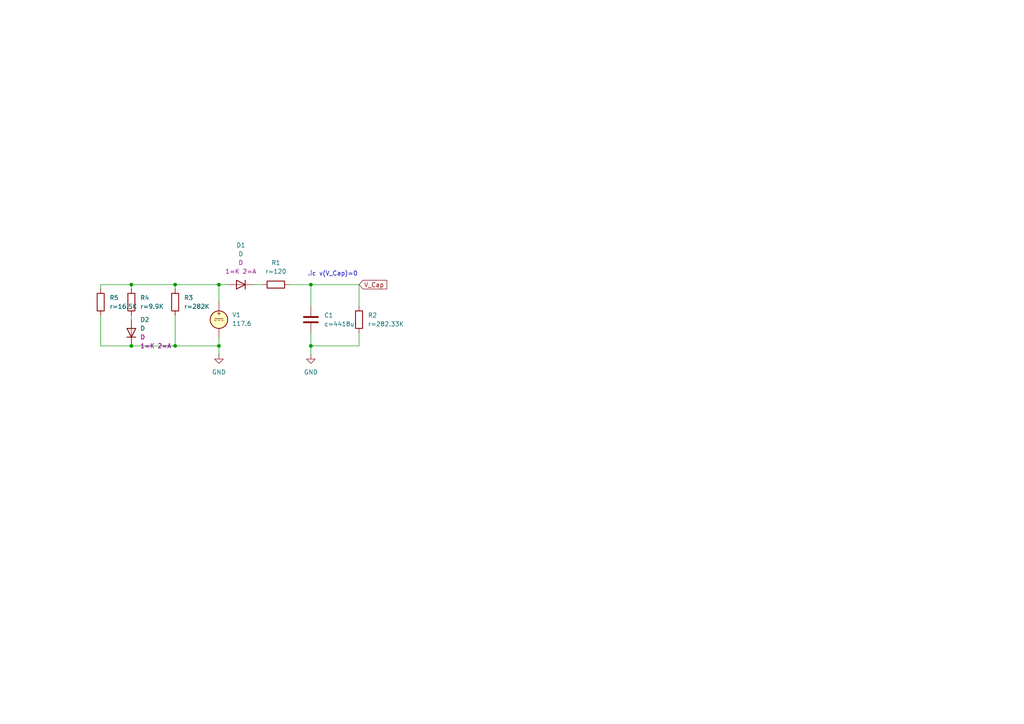
<source format=kicad_sch>
(kicad_sch (version 20231120) (generator "eeschema") (generator_version "8.0")
  (paper "A4")
  (lib_symbols
    (symbol "D_1" (pin_numbers hide) (pin_names (offset 1.016) hide)
      (property "Reference" "D" (at 0 2.54 0))
      (property "Value" "D" (at 0 -2.54 0))
      (property "Sim.Device" "D" (at 0 0 0))
      (property "Sim.Pins" "1=K 2=A" (at 0 0 0))
      (symbol "D_1_0_1"
        (polyline (pts (xy -1.27 1.27) (xy -1.27 -1.27)) (stroke (width 0.254)))
        (polyline (pts (xy 1.27 0) (xy -1.27 0)))
        (polyline (pts (xy 1.27 1.27) (xy 1.27 -1.27) (xy -1.27 0) (xy 1.27 1.27)) (stroke (width 0.254)))
      )
      (symbol "D_1_1_1"
        (pin passive line (at -3.81 0 0) (length 2.54) (name "K") (number "1"))
        (pin passive line (at 3.81 0 180) (length 2.54) (name "A") (number "2"))
      )
    )
    (symbol "Device:C" (pin_numbers hide) (pin_names (offset 0.254))
      (property "Reference" "C" (at 0.635 2.54 0))
      (property "Value" "C" (at 0.635 -2.54 0))
      (symbol "C_0_1"
        (polyline (pts (xy -2.032 -0.762) (xy 2.032 -0.762)) (stroke (width 0.508)))
        (polyline (pts (xy -2.032 0.762) (xy 2.032 0.762)) (stroke (width 0.508)))
      )
      (symbol "C_1_1"
        (pin passive line (at 0 3.81 270) (length 2.794) (name "~") (number "1"))
        (pin passive line (at 0 -3.81 90) (length 2.794) (name "~") (number "2"))
      )
    )
    (symbol "Device:R" (pin_numbers hide) (pin_names (offset 0))
      (property "Reference" "R" (at 2.032 0 90))
      (property "Value" "R" (at 0 0 90))
      (symbol "R_0_1"
        (rectangle (start -1.016 -2.54) (end 1.016 2.54) (stroke (width 0.254)))
      )
      (symbol "R_1_1"
        (pin passive line (at 0 3.81 270) (length 1.27) (name "~") (number "1"))
        (pin passive line (at 0 -3.81 90) (length 1.27) (name "~") (number "2"))
      )
    )
    (symbol "Simulation_SPICE:VDC" (pin_numbers hide) (pin_names (offset 0.0254))
      (property "Reference" "V" (at 2.54 2.54 0))
      (property "Value" "1" (at 2.54 0 0))
      (symbol "VDC_0_0"
        (polyline (pts (xy -1.27 0.254) (xy 1.27 0.254)))
        (polyline (pts (xy -0.762 -0.254) (xy -1.27 -0.254)))
        (polyline (pts (xy 0.254 -0.254) (xy -0.254 -0.254)))
        (polyline (pts (xy 1.27 -0.254) (xy 0.762 -0.254)))
        (text "+" (at 0 1.905 0) (effects (font (size 1.27 1.27))))
      )
      (symbol "VDC_0_1"
        (circle (center 0 0) (radius 2.54) (stroke (width 0.254)) (fill (type background)))
      )
      (symbol "VDC_1_1"
        (pin passive line (at 0 5.08 270) (length 2.54) (name "~") (number "1"))
        (pin passive line (at 0 -5.08 90) (length 2.54) (name "~") (number "2"))
      )
    )
    (symbol "power:GND" (power) (pin_numbers hide) (pin_names (offset 0) hide)
      (property "Value" "GND" (at 0 -3.81 0))
      (symbol "GND_0_1"
        (polyline (pts (xy 0 0) (xy 0 -1.27) (xy 1.27 -1.27) (xy 0 -2.54) (xy -1.27 -1.27) (xy 0 -1.27)))
      )
      (symbol "GND_1_1"
        (pin power_in line (at 0 0 270) (length 0) (name "~") (number "1"))
      )
    )
  )
  (junction (at 50.8 100.33))
  (junction (at 90.17 82.55))
  (junction (at 63.5 82.55))
  (junction (at 63.5 100.33))
  (junction (at 90.17 100.33))
  (junction (at 38.1 100.33))
  (junction (at 50.8 82.55))
  (junction (at 38.1 82.55))
  (wire (pts (xy 50.8 100.33) (xy 63.5 100.33)))
  (wire (pts (xy 104.14 88.9) (xy 104.14 82.55)))
  (wire (pts (xy 104.14 82.55) (xy 90.17 82.55)))
  (wire (pts (xy 38.1 82.55) (xy 50.8 82.55)))
  (wire (pts (xy 63.5 97.79) (xy 63.5 100.33)))
  (wire (pts (xy 90.17 88.9) (xy 90.17 82.55)))
  (wire (pts (xy 50.8 83.82) (xy 50.8 82.55)))
  (wire (pts (xy 29.21 91.44) (xy 29.21 100.33)))
  (wire (pts (xy 73.66 82.55) (xy 76.2 82.55)))
  (wire (pts (xy 29.21 82.55) (xy 29.21 83.82)))
  (wire (pts (xy 104.14 100.33) (xy 104.14 96.52)))
  (wire (pts (xy 29.21 100.33) (xy 38.1 100.33)))
  (wire (pts (xy 38.1 83.82) (xy 38.1 82.55)))
  (wire (pts (xy 66.04 82.55) (xy 63.5 82.55)))
  (wire (pts (xy 104.14 100.33) (xy 90.17 100.33)))
  (wire (pts (xy 38.1 91.44) (xy 38.1 92.71)))
  (wire (pts (xy 38.1 100.33) (xy 50.8 100.33)))
  (wire (pts (xy 50.8 100.33) (xy 50.8 91.44)))
  (wire (pts (xy 90.17 96.52) (xy 90.17 100.33)))
  (wire (pts (xy 90.17 102.87) (xy 90.17 100.33)))
  (wire (pts (xy 29.21 82.55) (xy 38.1 82.55)))
  (wire (pts (xy 63.5 102.87) (xy 63.5 100.33)))
  (wire (pts (xy 90.17 82.55) (xy 83.82 82.55)))
  (wire (pts (xy 63.5 82.55) (xy 63.5 87.63)))
  (wire (pts (xy 50.8 82.55) (xy 63.5 82.55)))
  (text ".ic v(V_Cap)=0" (at 96.52 79.502 0) (effects (font (size 1.27 1.27))))
  (global_label "V_Cap" (shape input) (at 104.14 82.55 0) (property "Intersheetrefs" "${INTERSHEET_REFS}" (effects (hide yes))))
  (symbol (lib_id "Device:R") (at 80.01 82.55 90) (unit 1)
    (property "Reference" "R1" (at 80.01 76.2 90))
    (property "Value" "${SIM.PARAMS}" (at 80.01 78.74 90))
    (property "Description" "Resistor" (effects (hide yes)))
    (property "Sim.Device" "R" (effects (hide yes)))
    (property "Sim.Params" "r=120" (effects (hide yes)))
    (property "Sim.Pins" "1=+ 2=-" (effects (hide yes)))
  )
  (symbol (lib_name "D_1") (lib_id "Simulation_SPICE:D") (at 69.85 82.55 180) (unit 1)
    (property "Reference" "D1" (at 69.85 71.12 0))
    (property "Value" "D" (at 69.85 73.66 0))
    (property "Datasheet" "https://ngspice.sourceforge.io/docs/ngspice-html-manual/manual.xhtml#cha_DIODEs" (effects (hide yes)))
    (property "Description" "Diode for simulation or PCB" (effects (hide yes)))
    (property "Sim.Device" "D" (at 69.85 76.2 0))
    (property "Sim.Pins" "1=K 2=A" (at 69.85 78.74 0))
    (property "Sim.Params" "vj=1 php=1" (effects (hide yes)))
  )
  (symbol (lib_id "Device:R") (at 29.21 87.63 180) (unit 1)
    (property "Reference" "R5" (at 31.75 86.3599 0) (effects (justify right)))
    (property "Value" "${SIM.PARAMS}" (at 31.75 88.8999 0) (effects (justify right)))
    (property "Description" "Resistor" (effects (hide yes)))
    (property "Sim.Device" "R" (effects (hide yes)))
    (property "Sim.Params" "r=16.5K" (effects (hide yes)))
    (property "Sim.Pins" "1=+ 2=-" (effects (hide yes)))
  )
  (symbol (lib_id "Device:R") (at 104.14 92.71 0) (unit 1)
    (property "Reference" "R2" (at 106.68 91.4399 0) (effects (justify left)))
    (property "Value" "${SIM.PARAMS}" (at 106.68 93.9799 0) (effects (justify left)))
    (property "Description" "Resistor" (effects (hide yes)))
    (property "Sim.Device" "R" (effects (hide yes)))
    (property "Sim.Params" "r=282.33K" (effects (hide yes)))
    (property "Sim.Pins" "1=+ 2=-" (effects (hide yes)))
  )
  (symbol (lib_name "D_1") (lib_id "Simulation_SPICE:D") (at 38.1 96.52 90) (unit 1)
    (property "Reference" "D2" (at 40.64 92.7099 90) (effects (justify right)))
    (property "Value" "D" (at 40.64 95.2499 90) (effects (justify right)))
    (property "Datasheet" "https://ngspice.sourceforge.io/docs/ngspice-html-manual/manual.xhtml#cha_DIODEs" (effects (hide yes)))
    (property "Description" "Diode for simulation or PCB" (effects (hide yes)))
    (property "Sim.Device" "D" (at 40.64 97.7899 90) (effects (justify right)))
    (property "Sim.Pins" "1=K 2=A" (at 40.64 100.3299 90) (effects (justify right)))
    (property "Sim.Params" "vj=1.1 php=1.1" (effects (hide yes)))
  )
  (symbol (lib_id "Simulation_SPICE:VDC") (at 63.5 92.71 0) (unit 1)
    (property "Reference" "V1" (at 67.31 91.3101 0) (effects (justify left)))
    (property "Value" "117.6" (at 67.31 93.8501 0) (effects (justify left)))
    (property "Datasheet" "https://ngspice.sourceforge.io/docs/ngspice-html-manual/manual.xhtml#sec_Independent_Sources_for" (effects (hide yes)))
    (property "Description" "Voltage source, DC" (effects (hide yes)))
    (property "Sim.Pins" "1=+ 2=-" (effects (hide yes)))
    (property "Sim.Type" "DC" (effects (hide yes)))
    (property "Sim.Device" "V" (effects (hide yes)))
    (property "Sim.Params" "ac=0 ph=0 portnum=0 z0=70m" (effects (hide yes)))
  )
  (symbol (lib_id "Device:C") (at 90.17 92.71 0) (unit 1)
    (property "Reference" "C1" (at 93.98 91.4399 0) (effects (justify left)))
    (property "Value" "${SIM.PARAMS}" (at 93.98 93.9799 0) (effects (justify left)))
    (property "Description" "Unpolarized capacitor" (effects (hide yes)))
    (property "Sim.Device" "C" (effects (hide yes)))
    (property "Sim.Pins" "1=+ 2=-" (effects (hide yes)))
    (property "Sim.Params" "c=4418u" (effects (hide yes)))
  )
  (symbol (lib_id "power:GND") (at 63.5 102.87 0) (unit 1)
    (property "Reference" "#PWR01" (effects (hide yes)))
    (property "Value" "GND" (at 63.5 107.95 0))
    (property "Description" "Power symbol creates a global label with name \"GND\" , ground" (effects (hide yes)))
  )
  (symbol (lib_id "Device:R") (at 50.8 87.63 0) (unit 1)
    (property "Reference" "R3" (at 53.34 86.3599 0) (effects (justify left)))
    (property "Value" "${SIM.PARAMS}" (at 53.34 88.8999 0) (effects (justify left)))
    (property "Description" "Resistor" (effects (hide yes)))
    (property "Sim.Device" "R" (effects (hide yes)))
    (property "Sim.Pins" "1=+ 2=-" (effects (hide yes)))
    (property "Sim.Params" "r=282K" (effects (hide yes)))
  )
  (symbol (lib_id "Device:R") (at 38.1 87.63 180) (unit 1)
    (property "Reference" "R4" (at 40.64 86.3599 0) (effects (justify right)))
    (property "Value" "${SIM.PARAMS}" (at 40.64 88.8999 0) (effects (justify right)))
    (property "Description" "Resistor" (effects (hide yes)))
    (property "Sim.Device" "R" (effects (hide yes)))
    (property "Sim.Params" "r=9.9K" (effects (hide yes)))
    (property "Sim.Pins" "1=+ 2=-" (effects (hide yes)))
  )
  (symbol (lib_id "power:GND") (at 90.17 102.87 0) (unit 1)
    (property "Reference" "#PWR02" (effects (hide yes)))
    (property "Value" "GND" (at 90.17 107.95 0))
    (property "Description" "Power symbol creates a global label with name \"GND\" , ground" (effects (hide yes)))
  )
)
</source>
